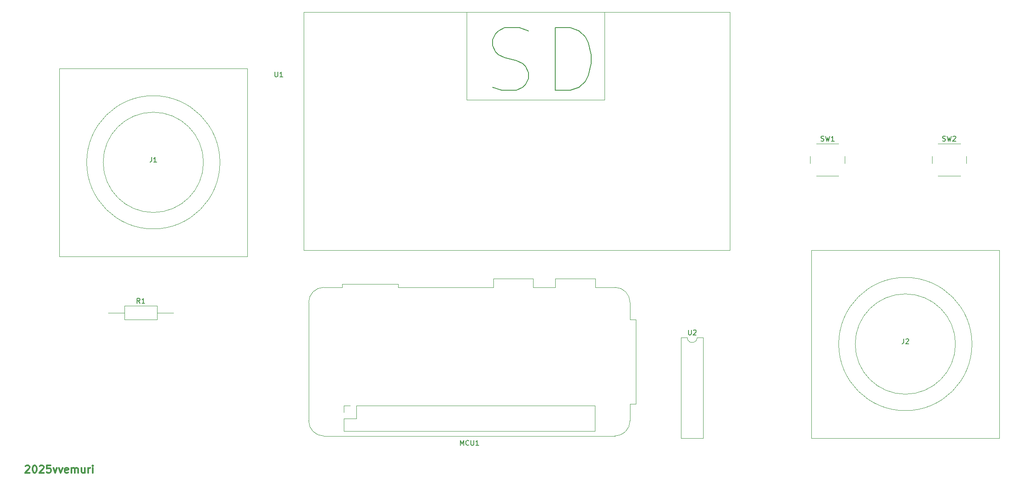
<source format=gto>
G04 #@! TF.GenerationSoftware,KiCad,Pcbnew,(6.0.10)*
G04 #@! TF.CreationDate,2024-05-21T15:48:30-04:00*
G04 #@! TF.ProjectId,verycold,76657279-636f-46c6-942e-6b696361645f,rev?*
G04 #@! TF.SameCoordinates,Original*
G04 #@! TF.FileFunction,Legend,Top*
G04 #@! TF.FilePolarity,Positive*
%FSLAX46Y46*%
G04 Gerber Fmt 4.6, Leading zero omitted, Abs format (unit mm)*
G04 Created by KiCad (PCBNEW (6.0.10)) date 2024-05-21 15:48:30*
%MOMM*%
%LPD*%
G01*
G04 APERTURE LIST*
%ADD10C,0.300000*%
%ADD11C,0.150000*%
%ADD12C,0.120000*%
%ADD13C,1.524000*%
%ADD14C,1.600000*%
%ADD15O,1.600000X1.600000*%
%ADD16C,2.000000*%
%ADD17O,1.700000X1.700000*%
%ADD18R,1.700000X1.700000*%
%ADD19R,2.400000X1.600000*%
%ADD20O,2.400000X1.600000*%
G04 APERTURE END LIST*
D10*
X47752857Y-123781428D02*
X47824285Y-123710000D01*
X47967142Y-123638571D01*
X48324285Y-123638571D01*
X48467142Y-123710000D01*
X48538571Y-123781428D01*
X48610000Y-123924285D01*
X48610000Y-124067142D01*
X48538571Y-124281428D01*
X47681428Y-125138571D01*
X48610000Y-125138571D01*
X49538571Y-123638571D02*
X49681428Y-123638571D01*
X49824285Y-123710000D01*
X49895714Y-123781428D01*
X49967142Y-123924285D01*
X50038571Y-124210000D01*
X50038571Y-124567142D01*
X49967142Y-124852857D01*
X49895714Y-124995714D01*
X49824285Y-125067142D01*
X49681428Y-125138571D01*
X49538571Y-125138571D01*
X49395714Y-125067142D01*
X49324285Y-124995714D01*
X49252857Y-124852857D01*
X49181428Y-124567142D01*
X49181428Y-124210000D01*
X49252857Y-123924285D01*
X49324285Y-123781428D01*
X49395714Y-123710000D01*
X49538571Y-123638571D01*
X50610000Y-123781428D02*
X50681428Y-123710000D01*
X50824285Y-123638571D01*
X51181428Y-123638571D01*
X51324285Y-123710000D01*
X51395714Y-123781428D01*
X51467142Y-123924285D01*
X51467142Y-124067142D01*
X51395714Y-124281428D01*
X50538571Y-125138571D01*
X51467142Y-125138571D01*
X52824285Y-123638571D02*
X52110000Y-123638571D01*
X52038571Y-124352857D01*
X52110000Y-124281428D01*
X52252857Y-124210000D01*
X52610000Y-124210000D01*
X52752857Y-124281428D01*
X52824285Y-124352857D01*
X52895714Y-124495714D01*
X52895714Y-124852857D01*
X52824285Y-124995714D01*
X52752857Y-125067142D01*
X52610000Y-125138571D01*
X52252857Y-125138571D01*
X52110000Y-125067142D01*
X52038571Y-124995714D01*
X53395714Y-124138571D02*
X53752857Y-125138571D01*
X54110000Y-124138571D01*
X54538571Y-124138571D02*
X54895714Y-125138571D01*
X55252857Y-124138571D01*
X56395714Y-125067142D02*
X56252857Y-125138571D01*
X55967142Y-125138571D01*
X55824285Y-125067142D01*
X55752857Y-124924285D01*
X55752857Y-124352857D01*
X55824285Y-124210000D01*
X55967142Y-124138571D01*
X56252857Y-124138571D01*
X56395714Y-124210000D01*
X56467142Y-124352857D01*
X56467142Y-124495714D01*
X55752857Y-124638571D01*
X57110000Y-125138571D02*
X57110000Y-124138571D01*
X57110000Y-124281428D02*
X57181428Y-124210000D01*
X57324285Y-124138571D01*
X57538571Y-124138571D01*
X57681428Y-124210000D01*
X57752857Y-124352857D01*
X57752857Y-125138571D01*
X57752857Y-124352857D02*
X57824285Y-124210000D01*
X57967142Y-124138571D01*
X58181428Y-124138571D01*
X58324285Y-124210000D01*
X58395714Y-124352857D01*
X58395714Y-125138571D01*
X59752857Y-124138571D02*
X59752857Y-125138571D01*
X59110000Y-124138571D02*
X59110000Y-124924285D01*
X59181428Y-125067142D01*
X59324285Y-125138571D01*
X59538571Y-125138571D01*
X59681428Y-125067142D01*
X59752857Y-124995714D01*
X60467142Y-125138571D02*
X60467142Y-124138571D01*
X60467142Y-124424285D02*
X60538571Y-124281428D01*
X60610000Y-124210000D01*
X60752857Y-124138571D01*
X60895714Y-124138571D01*
X61395714Y-125138571D02*
X61395714Y-124138571D01*
X61395714Y-123638571D02*
X61324285Y-123710000D01*
X61395714Y-123781428D01*
X61467142Y-123710000D01*
X61395714Y-123638571D01*
X61395714Y-123781428D01*
D11*
X73326666Y-61182380D02*
X73326666Y-61896666D01*
X73279047Y-62039523D01*
X73183809Y-62134761D01*
X73040952Y-62182380D01*
X72945714Y-62182380D01*
X74326666Y-62182380D02*
X73755238Y-62182380D01*
X74040952Y-62182380D02*
X74040952Y-61182380D01*
X73945714Y-61325238D01*
X73850476Y-61420476D01*
X73755238Y-61468095D01*
X70953333Y-90792380D02*
X70620000Y-90316190D01*
X70381904Y-90792380D02*
X70381904Y-89792380D01*
X70762857Y-89792380D01*
X70858095Y-89840000D01*
X70905714Y-89887619D01*
X70953333Y-89982857D01*
X70953333Y-90125714D01*
X70905714Y-90220952D01*
X70858095Y-90268571D01*
X70762857Y-90316190D01*
X70381904Y-90316190D01*
X71905714Y-90792380D02*
X71334285Y-90792380D01*
X71620000Y-90792380D02*
X71620000Y-89792380D01*
X71524761Y-89935238D01*
X71429523Y-90030476D01*
X71334285Y-90078095D01*
X233616666Y-57860325D02*
X233759523Y-57907944D01*
X233997619Y-57907944D01*
X234092857Y-57860325D01*
X234140476Y-57812706D01*
X234188095Y-57717468D01*
X234188095Y-57622230D01*
X234140476Y-57526992D01*
X234092857Y-57479373D01*
X233997619Y-57431754D01*
X233807142Y-57384135D01*
X233711904Y-57336516D01*
X233664285Y-57288897D01*
X233616666Y-57193659D01*
X233616666Y-57098421D01*
X233664285Y-57003183D01*
X233711904Y-56955564D01*
X233807142Y-56907944D01*
X234045238Y-56907944D01*
X234188095Y-56955564D01*
X234521428Y-56907944D02*
X234759523Y-57907944D01*
X234950000Y-57193659D01*
X235140476Y-57907944D01*
X235378571Y-56907944D01*
X235711904Y-57003183D02*
X235759523Y-56955564D01*
X235854761Y-56907944D01*
X236092857Y-56907944D01*
X236188095Y-56955564D01*
X236235714Y-57003183D01*
X236283333Y-57098421D01*
X236283333Y-57193659D01*
X236235714Y-57336516D01*
X235664285Y-57907944D01*
X236283333Y-57907944D01*
X135871666Y-119577380D02*
X135871666Y-118577380D01*
X136205000Y-119291666D01*
X136538333Y-118577380D01*
X136538333Y-119577380D01*
X137585952Y-119482142D02*
X137538333Y-119529761D01*
X137395476Y-119577380D01*
X137300238Y-119577380D01*
X137157380Y-119529761D01*
X137062142Y-119434523D01*
X137014523Y-119339285D01*
X136966904Y-119148809D01*
X136966904Y-119005952D01*
X137014523Y-118815476D01*
X137062142Y-118720238D01*
X137157380Y-118625000D01*
X137300238Y-118577380D01*
X137395476Y-118577380D01*
X137538333Y-118625000D01*
X137585952Y-118672619D01*
X138014523Y-118577380D02*
X138014523Y-119386904D01*
X138062142Y-119482142D01*
X138109761Y-119529761D01*
X138205000Y-119577380D01*
X138395476Y-119577380D01*
X138490714Y-119529761D01*
X138538333Y-119482142D01*
X138585952Y-119386904D01*
X138585952Y-118577380D01*
X139585952Y-119577380D02*
X139014523Y-119577380D01*
X139300238Y-119577380D02*
X139300238Y-118577380D01*
X139205000Y-118720238D01*
X139109761Y-118815476D01*
X139014523Y-118863095D01*
X208962230Y-57860325D02*
X209105087Y-57907944D01*
X209343183Y-57907944D01*
X209438421Y-57860325D01*
X209486040Y-57812706D01*
X209533659Y-57717468D01*
X209533659Y-57622230D01*
X209486040Y-57526992D01*
X209438421Y-57479373D01*
X209343183Y-57431754D01*
X209152706Y-57384135D01*
X209057468Y-57336516D01*
X209009849Y-57288897D01*
X208962230Y-57193659D01*
X208962230Y-57098421D01*
X209009849Y-57003183D01*
X209057468Y-56955564D01*
X209152706Y-56907944D01*
X209390802Y-56907944D01*
X209533659Y-56955564D01*
X209866992Y-56907944D02*
X210105087Y-57907944D01*
X210295564Y-57193659D01*
X210486040Y-57907944D01*
X210724135Y-56907944D01*
X211628897Y-57907944D02*
X211057468Y-57907944D01*
X211343183Y-57907944D02*
X211343183Y-56907944D01*
X211247944Y-57050802D01*
X211152706Y-57146040D01*
X211057468Y-57193659D01*
X98298095Y-43902380D02*
X98298095Y-44711904D01*
X98345714Y-44807142D01*
X98393333Y-44854761D01*
X98488571Y-44902380D01*
X98679047Y-44902380D01*
X98774285Y-44854761D01*
X98821904Y-44807142D01*
X98869523Y-44711904D01*
X98869523Y-43902380D01*
X99869523Y-44902380D02*
X99298095Y-44902380D01*
X99583809Y-44902380D02*
X99583809Y-43902380D01*
X99488571Y-44045238D01*
X99393333Y-44140476D01*
X99298095Y-44188095D01*
X142421428Y-47050476D02*
X144235714Y-47655238D01*
X147259523Y-47655238D01*
X148469047Y-47050476D01*
X149073809Y-46445714D01*
X149678571Y-45236190D01*
X149678571Y-44026666D01*
X149073809Y-42817142D01*
X148469047Y-42212380D01*
X147259523Y-41607619D01*
X144840476Y-41002857D01*
X143630952Y-40398095D01*
X143026190Y-39793333D01*
X142421428Y-38583809D01*
X142421428Y-37374285D01*
X143026190Y-36164761D01*
X143630952Y-35560000D01*
X144840476Y-34955238D01*
X147864285Y-34955238D01*
X149678571Y-35560000D01*
X155121428Y-47655238D02*
X155121428Y-34955238D01*
X158145238Y-34955238D01*
X159959523Y-35560000D01*
X161169047Y-36769523D01*
X161773809Y-37979047D01*
X162378571Y-40398095D01*
X162378571Y-42212380D01*
X161773809Y-44631428D01*
X161169047Y-45840952D01*
X159959523Y-47050476D01*
X158145238Y-47655238D01*
X155121428Y-47655238D01*
X225726666Y-98012380D02*
X225726666Y-98726666D01*
X225679047Y-98869523D01*
X225583809Y-98964761D01*
X225440952Y-99012380D01*
X225345714Y-99012380D01*
X226155238Y-98107619D02*
X226202857Y-98060000D01*
X226298095Y-98012380D01*
X226536190Y-98012380D01*
X226631428Y-98060000D01*
X226679047Y-98107619D01*
X226726666Y-98202857D01*
X226726666Y-98298095D01*
X226679047Y-98440952D01*
X226107619Y-99012380D01*
X226726666Y-99012380D01*
X182103095Y-96197380D02*
X182103095Y-97006904D01*
X182150714Y-97102142D01*
X182198333Y-97149761D01*
X182293571Y-97197380D01*
X182484047Y-97197380D01*
X182579285Y-97149761D01*
X182626904Y-97102142D01*
X182674523Y-97006904D01*
X182674523Y-96197380D01*
X183103095Y-96292619D02*
X183150714Y-96245000D01*
X183245952Y-96197380D01*
X183484047Y-96197380D01*
X183579285Y-96245000D01*
X183626904Y-96292619D01*
X183674523Y-96387857D01*
X183674523Y-96483095D01*
X183626904Y-96625952D01*
X183055476Y-97197380D01*
X183674523Y-97197380D01*
D12*
X92710000Y-43180000D02*
X54610000Y-43180000D01*
X54610000Y-43180000D02*
X54610000Y-81280000D01*
X54610000Y-81280000D02*
X92710000Y-81280000D01*
X92710000Y-81280000D02*
X92710000Y-43180000D01*
X83820000Y-62230000D02*
G75*
G03*
X83820000Y-62230000I-10160000J0D01*
G01*
X87160285Y-62230000D02*
G75*
G03*
X87160285Y-62230000I-13500285J0D01*
G01*
X67850000Y-94080000D02*
X74390000Y-94080000D01*
X64540000Y-92710000D02*
X67850000Y-92710000D01*
X74390000Y-91340000D02*
X67850000Y-91340000D01*
X67850000Y-91340000D02*
X67850000Y-94080000D01*
X74390000Y-94080000D02*
X74390000Y-91340000D01*
X77700000Y-92710000D02*
X74390000Y-92710000D01*
X232700000Y-64955564D02*
X237200000Y-64955564D01*
X237200000Y-58455564D02*
X232700000Y-58455564D01*
X238450000Y-62455564D02*
X238450000Y-60955564D01*
X231450000Y-60955564D02*
X231450000Y-62455564D01*
X108205000Y-87565000D02*
G75*
G03*
X105145000Y-90625000I0J-3060000D01*
G01*
X105145000Y-114625000D02*
G75*
G03*
X108205000Y-117685000I3059999J-1D01*
G01*
X167205000Y-117685000D02*
G75*
G03*
X170265000Y-114625000I1J3059999D01*
G01*
X170265000Y-90625000D02*
G75*
G03*
X167205000Y-87565000I-3060000J0D01*
G01*
X155145000Y-87565000D02*
X150665000Y-87565000D01*
X163165000Y-116725000D02*
X163165000Y-111525000D01*
X112245000Y-112855000D02*
X112245000Y-111525000D01*
X114845000Y-111525000D02*
X163165000Y-111525000D01*
X123315000Y-86865000D02*
X111895000Y-86865000D01*
X167205000Y-87565000D02*
X163265000Y-87565000D01*
X171465000Y-111185000D02*
X171465000Y-94065000D01*
X111895000Y-87565000D02*
X108205000Y-87565000D01*
X167205000Y-117685000D02*
X108205000Y-117685000D01*
X163265000Y-85765000D02*
X155145000Y-85765000D01*
X105145000Y-114625000D02*
X105145000Y-90625000D01*
X150665000Y-87565000D02*
X150665000Y-85765000D01*
X171465000Y-94065000D02*
X170265000Y-94065000D01*
X112245000Y-114125000D02*
X114845000Y-114125000D01*
X123315000Y-87565000D02*
X123315000Y-86865000D01*
X112245000Y-116725000D02*
X163165000Y-116725000D01*
X111895000Y-86865000D02*
X111895000Y-87565000D01*
X170265000Y-111185000D02*
X171465000Y-111185000D01*
X142545000Y-87565000D02*
X123315000Y-87565000D01*
X170265000Y-94065000D02*
X170265000Y-90625000D01*
X170265000Y-111185000D02*
X170265000Y-114625000D01*
X112245000Y-116725000D02*
X112245000Y-114125000D01*
X150665000Y-85765000D02*
X142545000Y-85765000D01*
X114845000Y-114125000D02*
X114845000Y-111525000D01*
X142545000Y-85765000D02*
X142545000Y-87565000D01*
X112245000Y-111525000D02*
X113575000Y-111525000D01*
X163265000Y-87565000D02*
X163265000Y-85765000D01*
X155145000Y-85765000D02*
X155145000Y-87565000D01*
X212545564Y-58455564D02*
X208045564Y-58455564D01*
X206795564Y-60955564D02*
X206795564Y-62455564D01*
X213795564Y-62455564D02*
X213795564Y-60955564D01*
X208045564Y-64955564D02*
X212545564Y-64955564D01*
X190500000Y-31750000D02*
X104140000Y-31750000D01*
X104140000Y-31750000D02*
X104140000Y-80010000D01*
X104140000Y-80010000D02*
X190500000Y-80010000D01*
X190500000Y-80010000D02*
X190500000Y-31750000D01*
X165100000Y-31750000D02*
X137160000Y-31750000D01*
X137160000Y-31750000D02*
X137160000Y-49530000D01*
X137160000Y-49530000D02*
X165100000Y-49530000D01*
X165100000Y-49530000D02*
X165100000Y-31750000D01*
X245110000Y-80010000D02*
X207010000Y-80010000D01*
X207010000Y-80010000D02*
X207010000Y-118110000D01*
X207010000Y-118110000D02*
X245110000Y-118110000D01*
X245110000Y-118110000D02*
X245110000Y-80010000D01*
X239560285Y-99060000D02*
G75*
G03*
X239560285Y-99060000I-13500285J0D01*
G01*
X236220000Y-99060000D02*
G75*
G03*
X236220000Y-99060000I-10160000J0D01*
G01*
X185115000Y-97745000D02*
X183865000Y-97745000D01*
X181865000Y-97745000D02*
X180615000Y-97745000D01*
X180615000Y-97745000D02*
X180615000Y-118185000D01*
X180615000Y-118185000D02*
X185115000Y-118185000D01*
X185115000Y-118185000D02*
X185115000Y-97745000D01*
X181865000Y-97745000D02*
G75*
G03*
X183865000Y-97745000I1000000J0D01*
G01*
%LPC*%
D13*
X57150000Y-57150000D03*
X57150000Y-59690000D03*
X57150000Y-62230000D03*
X57150000Y-64770000D03*
X57150000Y-67310000D03*
D14*
X63500000Y-92710000D03*
D15*
X78740000Y-92710000D03*
D16*
X231700000Y-59455564D03*
X238200000Y-59455564D03*
X231700000Y-63955564D03*
X238200000Y-63955564D03*
D17*
X161835000Y-115395000D03*
X159295000Y-115395000D03*
X159295000Y-112855000D03*
X156755000Y-115395000D03*
X156755000Y-112855000D03*
X154215000Y-112855000D03*
X151675000Y-115395000D03*
X151675000Y-112855000D03*
X149135000Y-112855000D03*
X146595000Y-115395000D03*
X146595000Y-112855000D03*
X144055000Y-115395000D03*
X141515000Y-115395000D03*
X141515000Y-112855000D03*
X138975000Y-115395000D03*
X138975000Y-112855000D03*
X136435000Y-112855000D03*
X133895000Y-115395000D03*
X131355000Y-115395000D03*
X131355000Y-112855000D03*
X128815000Y-112855000D03*
X126275000Y-115395000D03*
X126275000Y-112855000D03*
X123735000Y-115395000D03*
X121195000Y-115395000D03*
X121195000Y-112855000D03*
X149135000Y-115395000D03*
X123735000Y-112855000D03*
X161835000Y-112855000D03*
X144055000Y-112855000D03*
X154349835Y-115506290D03*
X128815000Y-115395000D03*
X136435000Y-115395000D03*
X118655000Y-115395000D03*
X118655000Y-112855000D03*
X116115000Y-112855000D03*
X113575000Y-115395000D03*
X116115000Y-115395000D03*
D18*
X133895000Y-112855000D03*
X113575000Y-112855000D03*
D16*
X213545564Y-59455564D03*
X207045564Y-59455564D03*
X207045564Y-63955564D03*
X213545564Y-63955564D03*
D13*
X106680000Y-39370000D03*
X106680000Y-41910000D03*
X106680000Y-44450000D03*
X106680000Y-46990000D03*
X106680000Y-49530000D03*
X106680000Y-52070000D03*
X106680000Y-54610000D03*
X106680000Y-57150000D03*
X106680000Y-59690000D03*
X106680000Y-62230000D03*
X106680000Y-64770000D03*
X106680000Y-67310000D03*
X106680000Y-69850000D03*
X106680000Y-72390000D03*
X187960000Y-52070000D03*
X187960000Y-54610000D03*
X187960000Y-57150000D03*
X187960000Y-59690000D03*
X209550000Y-93980000D03*
X209550000Y-96520000D03*
X209550000Y-99060000D03*
X209550000Y-101600000D03*
X209550000Y-104140000D03*
D19*
X179055000Y-99075000D03*
D20*
X179055000Y-101615000D03*
X179055000Y-104155000D03*
X179055000Y-106695000D03*
X179055000Y-109235000D03*
X179055000Y-111775000D03*
X179055000Y-114315000D03*
X179055000Y-116855000D03*
X186675000Y-116855000D03*
X186675000Y-114315000D03*
X186675000Y-111775000D03*
X186675000Y-109235000D03*
X186675000Y-106695000D03*
X186675000Y-104155000D03*
X186675000Y-101615000D03*
X186675000Y-99075000D03*
M02*

</source>
